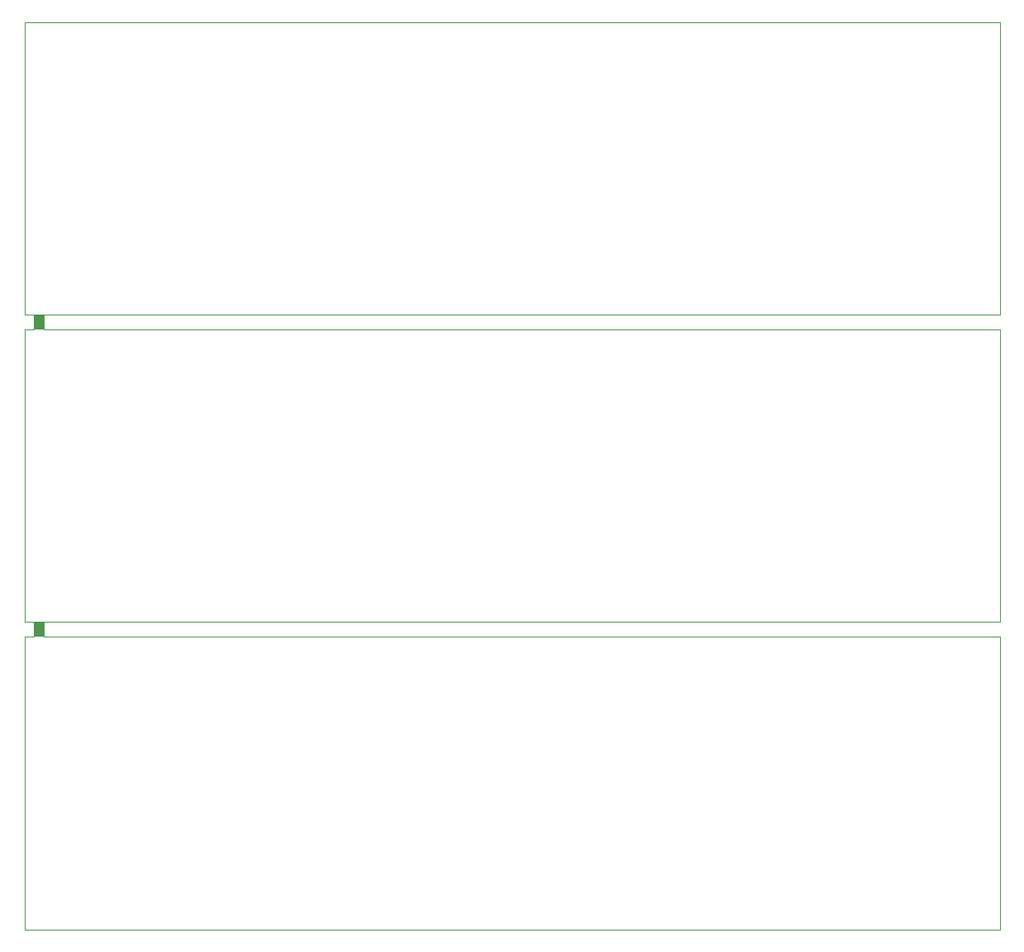
<source format=gbs>
G75*
G70*
%OFA0B0*%
%FSLAX24Y24*%
%IPPOS*%
%LPD*%
%AMOC8*
5,1,8,0,0,1.08239X$1,22.5*
%
%ADD10C,0.0000*%
%ADD11R,0.0394X0.0591*%
D10*
X000100Y000100D02*
X000100Y011911D01*
X000494Y011911D01*
X000494Y012502D01*
X000100Y012502D01*
X000100Y024313D01*
X000494Y024313D01*
X000494Y024903D01*
X000100Y024903D01*
X000100Y036714D01*
X039470Y036714D01*
X039470Y024903D01*
X000887Y024903D01*
X000887Y024313D01*
X039470Y024313D01*
X039470Y012502D01*
X000887Y012502D01*
X000887Y011911D01*
X039470Y011911D01*
X039470Y000100D01*
X000100Y000100D01*
D11*
X000691Y012206D03*
X000691Y024608D03*
M02*

</source>
